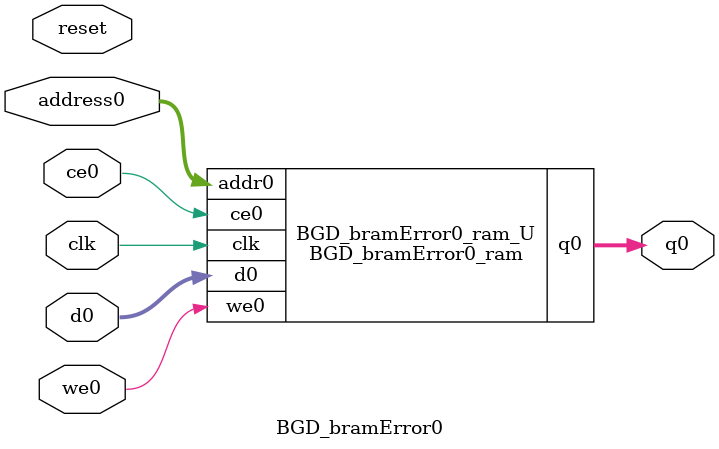
<source format=v>
`timescale 1 ns / 1 ps
module BGD_bramError0_ram (addr0, ce0, d0, we0, q0,  clk);

parameter DWIDTH = 32;
parameter AWIDTH = 7;
parameter MEM_SIZE = 128;

input[AWIDTH-1:0] addr0;
input ce0;
input[DWIDTH-1:0] d0;
input we0;
output reg[DWIDTH-1:0] q0;
input clk;

(* ram_style = "block" *)reg [DWIDTH-1:0] ram[0:MEM_SIZE-1];




always @(posedge clk)  
begin 
    if (ce0) begin
        if (we0) 
            ram[addr0] <= d0; 
        q0 <= ram[addr0];
    end
end


endmodule

`timescale 1 ns / 1 ps
module BGD_bramError0(
    reset,
    clk,
    address0,
    ce0,
    we0,
    d0,
    q0);

parameter DataWidth = 32'd32;
parameter AddressRange = 32'd128;
parameter AddressWidth = 32'd7;
input reset;
input clk;
input[AddressWidth - 1:0] address0;
input ce0;
input we0;
input[DataWidth - 1:0] d0;
output[DataWidth - 1:0] q0;



BGD_bramError0_ram BGD_bramError0_ram_U(
    .clk( clk ),
    .addr0( address0 ),
    .ce0( ce0 ),
    .we0( we0 ),
    .d0( d0 ),
    .q0( q0 ));

endmodule


</source>
